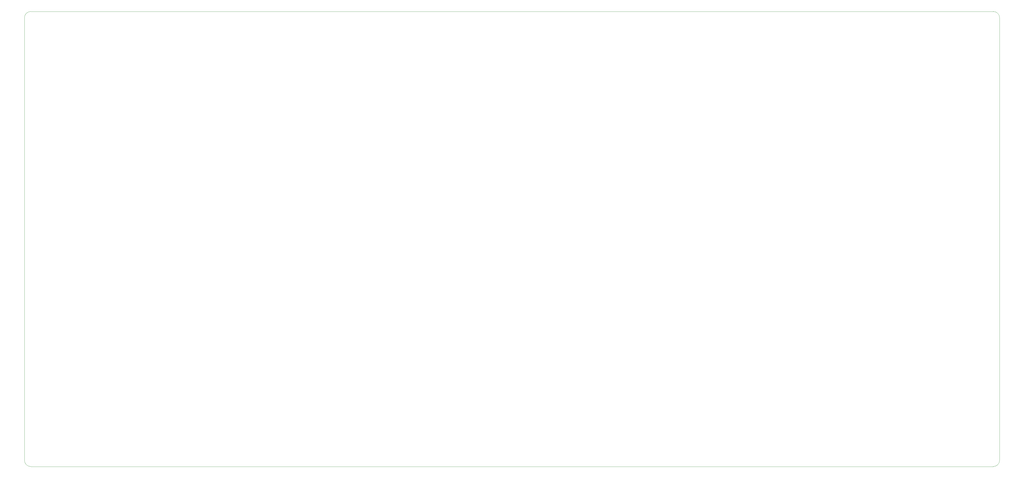
<source format=gm1>
G04 #@! TF.GenerationSoftware,KiCad,Pcbnew,(6.0.11)*
G04 #@! TF.CreationDate,2023-02-04T12:30:36+00:00*
G04 #@! TF.ProjectId,yddraig09,79646472-6169-4673-9039-2e6b69636164,rev?*
G04 #@! TF.SameCoordinates,Original*
G04 #@! TF.FileFunction,Profile,NP*
%FSLAX46Y46*%
G04 Gerber Fmt 4.6, Leading zero omitted, Abs format (unit mm)*
G04 Created by KiCad (PCBNEW (6.0.11)) date 2023-02-04 12:30:36*
%MOMM*%
%LPD*%
G01*
G04 APERTURE LIST*
G04 #@! TA.AperFunction,Profile*
%ADD10C,0.050000*%
G04 #@! TD*
G04 APERTURE END LIST*
D10*
X20000000Y-22500000D02*
X20000000Y-197500000D01*
X22500000Y-200000000D02*
X402500000Y-200000000D01*
X405000000Y-197500000D02*
X405000000Y-22500000D01*
X402500000Y-20000000D02*
X22500000Y-20000000D01*
X402500000Y-200000000D02*
G75*
G03*
X405000000Y-197500000I0J2500000D01*
G01*
X22500000Y-20000000D02*
G75*
G03*
X20000000Y-22500000I0J-2500000D01*
G01*
X405000000Y-22500000D02*
G75*
G03*
X402500000Y-20000000I-2500000J0D01*
G01*
X20000000Y-197500000D02*
G75*
G03*
X22500000Y-200000000I2500000J0D01*
G01*
M02*

</source>
